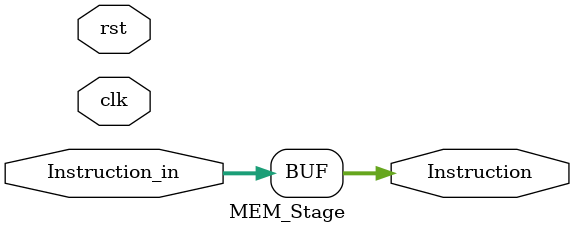
<source format=v>
module MEM_Stage
	(
		clk,
		rst,
		Instruction_in,
		Instruction
	);
	
	// input and output ports
	input			clk;
	input			rst;
	input	[31:0]	Instruction_in;
	output	[31:0]	Instruction;
	
	// build module
	assign Instruction = Instruction_in;
	
endmodule

</source>
